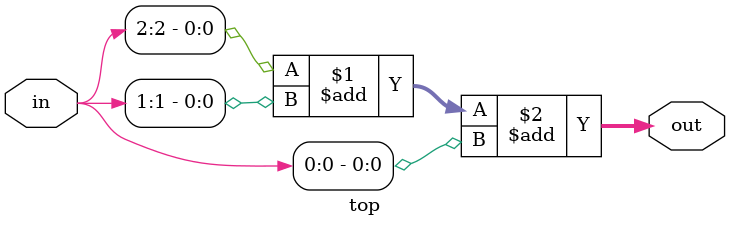
<source format=sv>
module top (
	input [2:0] in,
	output [1:0] out
);

	assign out = in[2] + in[1] + in[0];

endmodule

</source>
